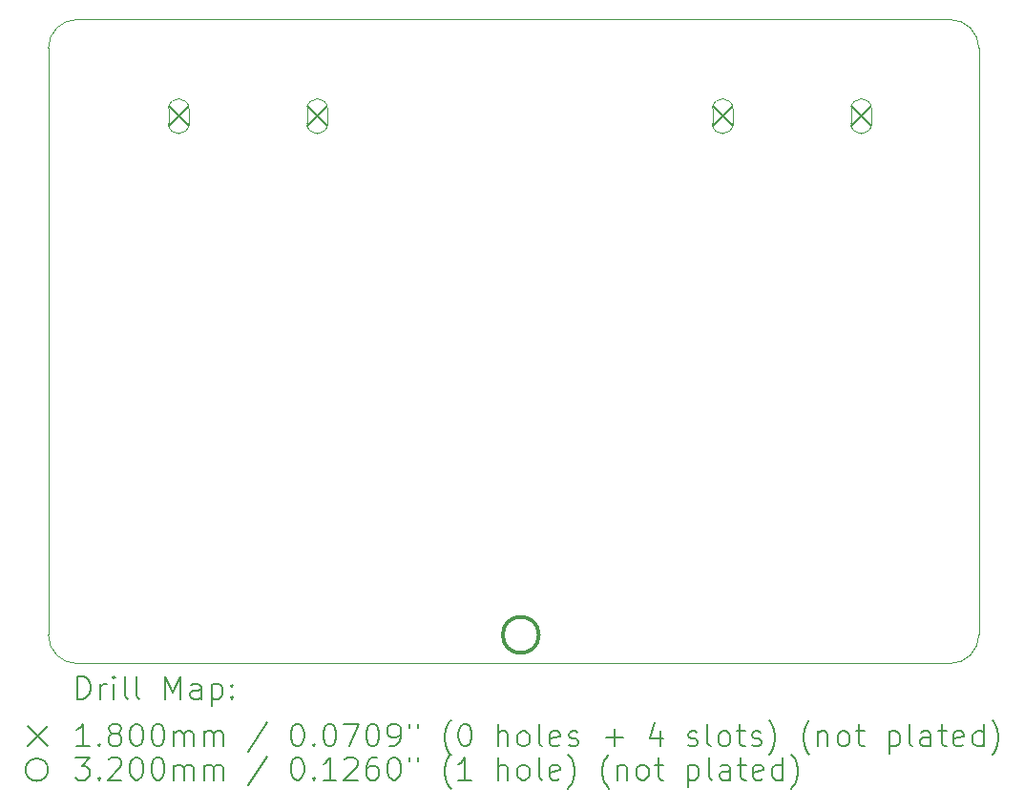
<source format=gbr>
%TF.GenerationSoftware,KiCad,Pcbnew,8.0.9*%
%TF.CreationDate,2025-03-02T14:07:58+01:00*%
%TF.ProjectId,cjss103,636a7373-3130-4332-9e6b-696361645f70,rev?*%
%TF.SameCoordinates,Original*%
%TF.FileFunction,Drillmap*%
%TF.FilePolarity,Positive*%
%FSLAX45Y45*%
G04 Gerber Fmt 4.5, Leading zero omitted, Abs format (unit mm)*
G04 Created by KiCad (PCBNEW 8.0.9) date 2025-03-02 14:07:58*
%MOMM*%
%LPD*%
G01*
G04 APERTURE LIST*
%ADD10C,0.050000*%
%ADD11C,0.200000*%
%ADD12C,0.180000*%
%ADD13C,0.100000*%
%ADD14C,0.320000*%
G04 APERTURE END LIST*
D10*
X17780000Y-7747000D02*
G75*
G02*
X17526000Y-8001000I-254000J0D01*
G01*
X17526000Y-2286000D02*
G75*
G02*
X17780000Y-2540000I0J-254000D01*
G01*
X17780000Y-2540000D02*
X17780000Y-7747000D01*
X9779000Y-2286000D02*
X17526000Y-2286000D01*
X17526000Y-8001000D02*
X9779000Y-8001000D01*
X9525000Y-2540000D02*
G75*
G02*
X9779000Y-2286000I254000J0D01*
G01*
X9779000Y-8001000D02*
G75*
G02*
X9525000Y-7747000I0J254000D01*
G01*
X9525000Y-7747000D02*
X9525000Y-2540000D01*
D11*
D12*
X10592000Y-3054000D02*
X10772000Y-3234000D01*
X10772000Y-3054000D02*
X10592000Y-3234000D01*
D13*
X10772000Y-3209000D02*
X10772000Y-3079000D01*
X10592000Y-3079000D02*
G75*
G02*
X10772000Y-3079000I90000J0D01*
G01*
X10592000Y-3079000D02*
X10592000Y-3209000D01*
X10592000Y-3209000D02*
G75*
G03*
X10772000Y-3209000I90000J0D01*
G01*
D12*
X11822000Y-3054000D02*
X12002000Y-3234000D01*
X12002000Y-3054000D02*
X11822000Y-3234000D01*
D13*
X12002000Y-3209000D02*
X12002000Y-3079000D01*
X11822000Y-3079000D02*
G75*
G02*
X12002000Y-3079000I90000J0D01*
G01*
X11822000Y-3079000D02*
X11822000Y-3209000D01*
X11822000Y-3209000D02*
G75*
G03*
X12002000Y-3209000I90000J0D01*
G01*
D12*
X15418000Y-3054000D02*
X15598000Y-3234000D01*
X15598000Y-3054000D02*
X15418000Y-3234000D01*
D13*
X15598000Y-3209000D02*
X15598000Y-3079000D01*
X15418000Y-3079000D02*
G75*
G02*
X15598000Y-3079000I90000J0D01*
G01*
X15418000Y-3079000D02*
X15418000Y-3209000D01*
X15418000Y-3209000D02*
G75*
G03*
X15598000Y-3209000I90000J0D01*
G01*
D12*
X16648000Y-3054000D02*
X16828000Y-3234000D01*
X16828000Y-3054000D02*
X16648000Y-3234000D01*
D13*
X16828000Y-3209000D02*
X16828000Y-3079000D01*
X16648000Y-3079000D02*
G75*
G02*
X16828000Y-3079000I90000J0D01*
G01*
X16648000Y-3079000D02*
X16648000Y-3209000D01*
X16648000Y-3209000D02*
G75*
G03*
X16828000Y-3209000I90000J0D01*
G01*
D14*
X13876000Y-7747000D02*
G75*
G02*
X13556000Y-7747000I-160000J0D01*
G01*
X13556000Y-7747000D02*
G75*
G02*
X13876000Y-7747000I160000J0D01*
G01*
D11*
X9783277Y-8314984D02*
X9783277Y-8114984D01*
X9783277Y-8114984D02*
X9830896Y-8114984D01*
X9830896Y-8114984D02*
X9859467Y-8124508D01*
X9859467Y-8124508D02*
X9878515Y-8143555D01*
X9878515Y-8143555D02*
X9888039Y-8162603D01*
X9888039Y-8162603D02*
X9897563Y-8200698D01*
X9897563Y-8200698D02*
X9897563Y-8229269D01*
X9897563Y-8229269D02*
X9888039Y-8267365D01*
X9888039Y-8267365D02*
X9878515Y-8286412D01*
X9878515Y-8286412D02*
X9859467Y-8305460D01*
X9859467Y-8305460D02*
X9830896Y-8314984D01*
X9830896Y-8314984D02*
X9783277Y-8314984D01*
X9983277Y-8314984D02*
X9983277Y-8181650D01*
X9983277Y-8219746D02*
X9992801Y-8200698D01*
X9992801Y-8200698D02*
X10002324Y-8191174D01*
X10002324Y-8191174D02*
X10021372Y-8181650D01*
X10021372Y-8181650D02*
X10040420Y-8181650D01*
X10107086Y-8314984D02*
X10107086Y-8181650D01*
X10107086Y-8114984D02*
X10097563Y-8124508D01*
X10097563Y-8124508D02*
X10107086Y-8134031D01*
X10107086Y-8134031D02*
X10116610Y-8124508D01*
X10116610Y-8124508D02*
X10107086Y-8114984D01*
X10107086Y-8114984D02*
X10107086Y-8134031D01*
X10230896Y-8314984D02*
X10211848Y-8305460D01*
X10211848Y-8305460D02*
X10202324Y-8286412D01*
X10202324Y-8286412D02*
X10202324Y-8114984D01*
X10335658Y-8314984D02*
X10316610Y-8305460D01*
X10316610Y-8305460D02*
X10307086Y-8286412D01*
X10307086Y-8286412D02*
X10307086Y-8114984D01*
X10564229Y-8314984D02*
X10564229Y-8114984D01*
X10564229Y-8114984D02*
X10630896Y-8257841D01*
X10630896Y-8257841D02*
X10697563Y-8114984D01*
X10697563Y-8114984D02*
X10697563Y-8314984D01*
X10878515Y-8314984D02*
X10878515Y-8210222D01*
X10878515Y-8210222D02*
X10868991Y-8191174D01*
X10868991Y-8191174D02*
X10849944Y-8181650D01*
X10849944Y-8181650D02*
X10811848Y-8181650D01*
X10811848Y-8181650D02*
X10792801Y-8191174D01*
X10878515Y-8305460D02*
X10859467Y-8314984D01*
X10859467Y-8314984D02*
X10811848Y-8314984D01*
X10811848Y-8314984D02*
X10792801Y-8305460D01*
X10792801Y-8305460D02*
X10783277Y-8286412D01*
X10783277Y-8286412D02*
X10783277Y-8267365D01*
X10783277Y-8267365D02*
X10792801Y-8248317D01*
X10792801Y-8248317D02*
X10811848Y-8238793D01*
X10811848Y-8238793D02*
X10859467Y-8238793D01*
X10859467Y-8238793D02*
X10878515Y-8229269D01*
X10973753Y-8181650D02*
X10973753Y-8381650D01*
X10973753Y-8191174D02*
X10992801Y-8181650D01*
X10992801Y-8181650D02*
X11030896Y-8181650D01*
X11030896Y-8181650D02*
X11049944Y-8191174D01*
X11049944Y-8191174D02*
X11059467Y-8200698D01*
X11059467Y-8200698D02*
X11068991Y-8219746D01*
X11068991Y-8219746D02*
X11068991Y-8276888D01*
X11068991Y-8276888D02*
X11059467Y-8295936D01*
X11059467Y-8295936D02*
X11049944Y-8305460D01*
X11049944Y-8305460D02*
X11030896Y-8314984D01*
X11030896Y-8314984D02*
X10992801Y-8314984D01*
X10992801Y-8314984D02*
X10973753Y-8305460D01*
X11154705Y-8295936D02*
X11164229Y-8305460D01*
X11164229Y-8305460D02*
X11154705Y-8314984D01*
X11154705Y-8314984D02*
X11145182Y-8305460D01*
X11145182Y-8305460D02*
X11154705Y-8295936D01*
X11154705Y-8295936D02*
X11154705Y-8314984D01*
X11154705Y-8191174D02*
X11164229Y-8200698D01*
X11164229Y-8200698D02*
X11154705Y-8210222D01*
X11154705Y-8210222D02*
X11145182Y-8200698D01*
X11145182Y-8200698D02*
X11154705Y-8191174D01*
X11154705Y-8191174D02*
X11154705Y-8210222D01*
D12*
X9342500Y-8553500D02*
X9522500Y-8733500D01*
X9522500Y-8553500D02*
X9342500Y-8733500D01*
D11*
X9888039Y-8734984D02*
X9773753Y-8734984D01*
X9830896Y-8734984D02*
X9830896Y-8534984D01*
X9830896Y-8534984D02*
X9811848Y-8563555D01*
X9811848Y-8563555D02*
X9792801Y-8582603D01*
X9792801Y-8582603D02*
X9773753Y-8592127D01*
X9973753Y-8715936D02*
X9983277Y-8725460D01*
X9983277Y-8725460D02*
X9973753Y-8734984D01*
X9973753Y-8734984D02*
X9964229Y-8725460D01*
X9964229Y-8725460D02*
X9973753Y-8715936D01*
X9973753Y-8715936D02*
X9973753Y-8734984D01*
X10097563Y-8620698D02*
X10078515Y-8611174D01*
X10078515Y-8611174D02*
X10068991Y-8601650D01*
X10068991Y-8601650D02*
X10059467Y-8582603D01*
X10059467Y-8582603D02*
X10059467Y-8573079D01*
X10059467Y-8573079D02*
X10068991Y-8554031D01*
X10068991Y-8554031D02*
X10078515Y-8544508D01*
X10078515Y-8544508D02*
X10097563Y-8534984D01*
X10097563Y-8534984D02*
X10135658Y-8534984D01*
X10135658Y-8534984D02*
X10154705Y-8544508D01*
X10154705Y-8544508D02*
X10164229Y-8554031D01*
X10164229Y-8554031D02*
X10173753Y-8573079D01*
X10173753Y-8573079D02*
X10173753Y-8582603D01*
X10173753Y-8582603D02*
X10164229Y-8601650D01*
X10164229Y-8601650D02*
X10154705Y-8611174D01*
X10154705Y-8611174D02*
X10135658Y-8620698D01*
X10135658Y-8620698D02*
X10097563Y-8620698D01*
X10097563Y-8620698D02*
X10078515Y-8630222D01*
X10078515Y-8630222D02*
X10068991Y-8639746D01*
X10068991Y-8639746D02*
X10059467Y-8658793D01*
X10059467Y-8658793D02*
X10059467Y-8696889D01*
X10059467Y-8696889D02*
X10068991Y-8715936D01*
X10068991Y-8715936D02*
X10078515Y-8725460D01*
X10078515Y-8725460D02*
X10097563Y-8734984D01*
X10097563Y-8734984D02*
X10135658Y-8734984D01*
X10135658Y-8734984D02*
X10154705Y-8725460D01*
X10154705Y-8725460D02*
X10164229Y-8715936D01*
X10164229Y-8715936D02*
X10173753Y-8696889D01*
X10173753Y-8696889D02*
X10173753Y-8658793D01*
X10173753Y-8658793D02*
X10164229Y-8639746D01*
X10164229Y-8639746D02*
X10154705Y-8630222D01*
X10154705Y-8630222D02*
X10135658Y-8620698D01*
X10297563Y-8534984D02*
X10316610Y-8534984D01*
X10316610Y-8534984D02*
X10335658Y-8544508D01*
X10335658Y-8544508D02*
X10345182Y-8554031D01*
X10345182Y-8554031D02*
X10354705Y-8573079D01*
X10354705Y-8573079D02*
X10364229Y-8611174D01*
X10364229Y-8611174D02*
X10364229Y-8658793D01*
X10364229Y-8658793D02*
X10354705Y-8696889D01*
X10354705Y-8696889D02*
X10345182Y-8715936D01*
X10345182Y-8715936D02*
X10335658Y-8725460D01*
X10335658Y-8725460D02*
X10316610Y-8734984D01*
X10316610Y-8734984D02*
X10297563Y-8734984D01*
X10297563Y-8734984D02*
X10278515Y-8725460D01*
X10278515Y-8725460D02*
X10268991Y-8715936D01*
X10268991Y-8715936D02*
X10259467Y-8696889D01*
X10259467Y-8696889D02*
X10249944Y-8658793D01*
X10249944Y-8658793D02*
X10249944Y-8611174D01*
X10249944Y-8611174D02*
X10259467Y-8573079D01*
X10259467Y-8573079D02*
X10268991Y-8554031D01*
X10268991Y-8554031D02*
X10278515Y-8544508D01*
X10278515Y-8544508D02*
X10297563Y-8534984D01*
X10488039Y-8534984D02*
X10507086Y-8534984D01*
X10507086Y-8534984D02*
X10526134Y-8544508D01*
X10526134Y-8544508D02*
X10535658Y-8554031D01*
X10535658Y-8554031D02*
X10545182Y-8573079D01*
X10545182Y-8573079D02*
X10554705Y-8611174D01*
X10554705Y-8611174D02*
X10554705Y-8658793D01*
X10554705Y-8658793D02*
X10545182Y-8696889D01*
X10545182Y-8696889D02*
X10535658Y-8715936D01*
X10535658Y-8715936D02*
X10526134Y-8725460D01*
X10526134Y-8725460D02*
X10507086Y-8734984D01*
X10507086Y-8734984D02*
X10488039Y-8734984D01*
X10488039Y-8734984D02*
X10468991Y-8725460D01*
X10468991Y-8725460D02*
X10459467Y-8715936D01*
X10459467Y-8715936D02*
X10449944Y-8696889D01*
X10449944Y-8696889D02*
X10440420Y-8658793D01*
X10440420Y-8658793D02*
X10440420Y-8611174D01*
X10440420Y-8611174D02*
X10449944Y-8573079D01*
X10449944Y-8573079D02*
X10459467Y-8554031D01*
X10459467Y-8554031D02*
X10468991Y-8544508D01*
X10468991Y-8544508D02*
X10488039Y-8534984D01*
X10640420Y-8734984D02*
X10640420Y-8601650D01*
X10640420Y-8620698D02*
X10649944Y-8611174D01*
X10649944Y-8611174D02*
X10668991Y-8601650D01*
X10668991Y-8601650D02*
X10697563Y-8601650D01*
X10697563Y-8601650D02*
X10716610Y-8611174D01*
X10716610Y-8611174D02*
X10726134Y-8630222D01*
X10726134Y-8630222D02*
X10726134Y-8734984D01*
X10726134Y-8630222D02*
X10735658Y-8611174D01*
X10735658Y-8611174D02*
X10754705Y-8601650D01*
X10754705Y-8601650D02*
X10783277Y-8601650D01*
X10783277Y-8601650D02*
X10802325Y-8611174D01*
X10802325Y-8611174D02*
X10811848Y-8630222D01*
X10811848Y-8630222D02*
X10811848Y-8734984D01*
X10907086Y-8734984D02*
X10907086Y-8601650D01*
X10907086Y-8620698D02*
X10916610Y-8611174D01*
X10916610Y-8611174D02*
X10935658Y-8601650D01*
X10935658Y-8601650D02*
X10964229Y-8601650D01*
X10964229Y-8601650D02*
X10983277Y-8611174D01*
X10983277Y-8611174D02*
X10992801Y-8630222D01*
X10992801Y-8630222D02*
X10992801Y-8734984D01*
X10992801Y-8630222D02*
X11002325Y-8611174D01*
X11002325Y-8611174D02*
X11021372Y-8601650D01*
X11021372Y-8601650D02*
X11049944Y-8601650D01*
X11049944Y-8601650D02*
X11068991Y-8611174D01*
X11068991Y-8611174D02*
X11078515Y-8630222D01*
X11078515Y-8630222D02*
X11078515Y-8734984D01*
X11468991Y-8525460D02*
X11297563Y-8782603D01*
X11726134Y-8534984D02*
X11745182Y-8534984D01*
X11745182Y-8534984D02*
X11764229Y-8544508D01*
X11764229Y-8544508D02*
X11773753Y-8554031D01*
X11773753Y-8554031D02*
X11783277Y-8573079D01*
X11783277Y-8573079D02*
X11792801Y-8611174D01*
X11792801Y-8611174D02*
X11792801Y-8658793D01*
X11792801Y-8658793D02*
X11783277Y-8696889D01*
X11783277Y-8696889D02*
X11773753Y-8715936D01*
X11773753Y-8715936D02*
X11764229Y-8725460D01*
X11764229Y-8725460D02*
X11745182Y-8734984D01*
X11745182Y-8734984D02*
X11726134Y-8734984D01*
X11726134Y-8734984D02*
X11707086Y-8725460D01*
X11707086Y-8725460D02*
X11697563Y-8715936D01*
X11697563Y-8715936D02*
X11688039Y-8696889D01*
X11688039Y-8696889D02*
X11678515Y-8658793D01*
X11678515Y-8658793D02*
X11678515Y-8611174D01*
X11678515Y-8611174D02*
X11688039Y-8573079D01*
X11688039Y-8573079D02*
X11697563Y-8554031D01*
X11697563Y-8554031D02*
X11707086Y-8544508D01*
X11707086Y-8544508D02*
X11726134Y-8534984D01*
X11878515Y-8715936D02*
X11888039Y-8725460D01*
X11888039Y-8725460D02*
X11878515Y-8734984D01*
X11878515Y-8734984D02*
X11868991Y-8725460D01*
X11868991Y-8725460D02*
X11878515Y-8715936D01*
X11878515Y-8715936D02*
X11878515Y-8734984D01*
X12011848Y-8534984D02*
X12030896Y-8534984D01*
X12030896Y-8534984D02*
X12049944Y-8544508D01*
X12049944Y-8544508D02*
X12059467Y-8554031D01*
X12059467Y-8554031D02*
X12068991Y-8573079D01*
X12068991Y-8573079D02*
X12078515Y-8611174D01*
X12078515Y-8611174D02*
X12078515Y-8658793D01*
X12078515Y-8658793D02*
X12068991Y-8696889D01*
X12068991Y-8696889D02*
X12059467Y-8715936D01*
X12059467Y-8715936D02*
X12049944Y-8725460D01*
X12049944Y-8725460D02*
X12030896Y-8734984D01*
X12030896Y-8734984D02*
X12011848Y-8734984D01*
X12011848Y-8734984D02*
X11992801Y-8725460D01*
X11992801Y-8725460D02*
X11983277Y-8715936D01*
X11983277Y-8715936D02*
X11973753Y-8696889D01*
X11973753Y-8696889D02*
X11964229Y-8658793D01*
X11964229Y-8658793D02*
X11964229Y-8611174D01*
X11964229Y-8611174D02*
X11973753Y-8573079D01*
X11973753Y-8573079D02*
X11983277Y-8554031D01*
X11983277Y-8554031D02*
X11992801Y-8544508D01*
X11992801Y-8544508D02*
X12011848Y-8534984D01*
X12145182Y-8534984D02*
X12278515Y-8534984D01*
X12278515Y-8534984D02*
X12192801Y-8734984D01*
X12392801Y-8534984D02*
X12411848Y-8534984D01*
X12411848Y-8534984D02*
X12430896Y-8544508D01*
X12430896Y-8544508D02*
X12440420Y-8554031D01*
X12440420Y-8554031D02*
X12449944Y-8573079D01*
X12449944Y-8573079D02*
X12459467Y-8611174D01*
X12459467Y-8611174D02*
X12459467Y-8658793D01*
X12459467Y-8658793D02*
X12449944Y-8696889D01*
X12449944Y-8696889D02*
X12440420Y-8715936D01*
X12440420Y-8715936D02*
X12430896Y-8725460D01*
X12430896Y-8725460D02*
X12411848Y-8734984D01*
X12411848Y-8734984D02*
X12392801Y-8734984D01*
X12392801Y-8734984D02*
X12373753Y-8725460D01*
X12373753Y-8725460D02*
X12364229Y-8715936D01*
X12364229Y-8715936D02*
X12354706Y-8696889D01*
X12354706Y-8696889D02*
X12345182Y-8658793D01*
X12345182Y-8658793D02*
X12345182Y-8611174D01*
X12345182Y-8611174D02*
X12354706Y-8573079D01*
X12354706Y-8573079D02*
X12364229Y-8554031D01*
X12364229Y-8554031D02*
X12373753Y-8544508D01*
X12373753Y-8544508D02*
X12392801Y-8534984D01*
X12554706Y-8734984D02*
X12592801Y-8734984D01*
X12592801Y-8734984D02*
X12611848Y-8725460D01*
X12611848Y-8725460D02*
X12621372Y-8715936D01*
X12621372Y-8715936D02*
X12640420Y-8687365D01*
X12640420Y-8687365D02*
X12649944Y-8649270D01*
X12649944Y-8649270D02*
X12649944Y-8573079D01*
X12649944Y-8573079D02*
X12640420Y-8554031D01*
X12640420Y-8554031D02*
X12630896Y-8544508D01*
X12630896Y-8544508D02*
X12611848Y-8534984D01*
X12611848Y-8534984D02*
X12573753Y-8534984D01*
X12573753Y-8534984D02*
X12554706Y-8544508D01*
X12554706Y-8544508D02*
X12545182Y-8554031D01*
X12545182Y-8554031D02*
X12535658Y-8573079D01*
X12535658Y-8573079D02*
X12535658Y-8620698D01*
X12535658Y-8620698D02*
X12545182Y-8639746D01*
X12545182Y-8639746D02*
X12554706Y-8649270D01*
X12554706Y-8649270D02*
X12573753Y-8658793D01*
X12573753Y-8658793D02*
X12611848Y-8658793D01*
X12611848Y-8658793D02*
X12630896Y-8649270D01*
X12630896Y-8649270D02*
X12640420Y-8639746D01*
X12640420Y-8639746D02*
X12649944Y-8620698D01*
X12726134Y-8534984D02*
X12726134Y-8573079D01*
X12802325Y-8534984D02*
X12802325Y-8573079D01*
X13097563Y-8811174D02*
X13088039Y-8801650D01*
X13088039Y-8801650D02*
X13068991Y-8773079D01*
X13068991Y-8773079D02*
X13059468Y-8754031D01*
X13059468Y-8754031D02*
X13049944Y-8725460D01*
X13049944Y-8725460D02*
X13040420Y-8677841D01*
X13040420Y-8677841D02*
X13040420Y-8639746D01*
X13040420Y-8639746D02*
X13049944Y-8592127D01*
X13049944Y-8592127D02*
X13059468Y-8563555D01*
X13059468Y-8563555D02*
X13068991Y-8544508D01*
X13068991Y-8544508D02*
X13088039Y-8515936D01*
X13088039Y-8515936D02*
X13097563Y-8506412D01*
X13211848Y-8534984D02*
X13230896Y-8534984D01*
X13230896Y-8534984D02*
X13249944Y-8544508D01*
X13249944Y-8544508D02*
X13259468Y-8554031D01*
X13259468Y-8554031D02*
X13268991Y-8573079D01*
X13268991Y-8573079D02*
X13278515Y-8611174D01*
X13278515Y-8611174D02*
X13278515Y-8658793D01*
X13278515Y-8658793D02*
X13268991Y-8696889D01*
X13268991Y-8696889D02*
X13259468Y-8715936D01*
X13259468Y-8715936D02*
X13249944Y-8725460D01*
X13249944Y-8725460D02*
X13230896Y-8734984D01*
X13230896Y-8734984D02*
X13211848Y-8734984D01*
X13211848Y-8734984D02*
X13192801Y-8725460D01*
X13192801Y-8725460D02*
X13183277Y-8715936D01*
X13183277Y-8715936D02*
X13173753Y-8696889D01*
X13173753Y-8696889D02*
X13164229Y-8658793D01*
X13164229Y-8658793D02*
X13164229Y-8611174D01*
X13164229Y-8611174D02*
X13173753Y-8573079D01*
X13173753Y-8573079D02*
X13183277Y-8554031D01*
X13183277Y-8554031D02*
X13192801Y-8544508D01*
X13192801Y-8544508D02*
X13211848Y-8534984D01*
X13516610Y-8734984D02*
X13516610Y-8534984D01*
X13602325Y-8734984D02*
X13602325Y-8630222D01*
X13602325Y-8630222D02*
X13592801Y-8611174D01*
X13592801Y-8611174D02*
X13573753Y-8601650D01*
X13573753Y-8601650D02*
X13545182Y-8601650D01*
X13545182Y-8601650D02*
X13526134Y-8611174D01*
X13526134Y-8611174D02*
X13516610Y-8620698D01*
X13726134Y-8734984D02*
X13707087Y-8725460D01*
X13707087Y-8725460D02*
X13697563Y-8715936D01*
X13697563Y-8715936D02*
X13688039Y-8696889D01*
X13688039Y-8696889D02*
X13688039Y-8639746D01*
X13688039Y-8639746D02*
X13697563Y-8620698D01*
X13697563Y-8620698D02*
X13707087Y-8611174D01*
X13707087Y-8611174D02*
X13726134Y-8601650D01*
X13726134Y-8601650D02*
X13754706Y-8601650D01*
X13754706Y-8601650D02*
X13773753Y-8611174D01*
X13773753Y-8611174D02*
X13783277Y-8620698D01*
X13783277Y-8620698D02*
X13792801Y-8639746D01*
X13792801Y-8639746D02*
X13792801Y-8696889D01*
X13792801Y-8696889D02*
X13783277Y-8715936D01*
X13783277Y-8715936D02*
X13773753Y-8725460D01*
X13773753Y-8725460D02*
X13754706Y-8734984D01*
X13754706Y-8734984D02*
X13726134Y-8734984D01*
X13907087Y-8734984D02*
X13888039Y-8725460D01*
X13888039Y-8725460D02*
X13878515Y-8706412D01*
X13878515Y-8706412D02*
X13878515Y-8534984D01*
X14059468Y-8725460D02*
X14040420Y-8734984D01*
X14040420Y-8734984D02*
X14002325Y-8734984D01*
X14002325Y-8734984D02*
X13983277Y-8725460D01*
X13983277Y-8725460D02*
X13973753Y-8706412D01*
X13973753Y-8706412D02*
X13973753Y-8630222D01*
X13973753Y-8630222D02*
X13983277Y-8611174D01*
X13983277Y-8611174D02*
X14002325Y-8601650D01*
X14002325Y-8601650D02*
X14040420Y-8601650D01*
X14040420Y-8601650D02*
X14059468Y-8611174D01*
X14059468Y-8611174D02*
X14068991Y-8630222D01*
X14068991Y-8630222D02*
X14068991Y-8649270D01*
X14068991Y-8649270D02*
X13973753Y-8668317D01*
X14145182Y-8725460D02*
X14164230Y-8734984D01*
X14164230Y-8734984D02*
X14202325Y-8734984D01*
X14202325Y-8734984D02*
X14221372Y-8725460D01*
X14221372Y-8725460D02*
X14230896Y-8706412D01*
X14230896Y-8706412D02*
X14230896Y-8696889D01*
X14230896Y-8696889D02*
X14221372Y-8677841D01*
X14221372Y-8677841D02*
X14202325Y-8668317D01*
X14202325Y-8668317D02*
X14173753Y-8668317D01*
X14173753Y-8668317D02*
X14154706Y-8658793D01*
X14154706Y-8658793D02*
X14145182Y-8639746D01*
X14145182Y-8639746D02*
X14145182Y-8630222D01*
X14145182Y-8630222D02*
X14154706Y-8611174D01*
X14154706Y-8611174D02*
X14173753Y-8601650D01*
X14173753Y-8601650D02*
X14202325Y-8601650D01*
X14202325Y-8601650D02*
X14221372Y-8611174D01*
X14468992Y-8658793D02*
X14621373Y-8658793D01*
X14545182Y-8734984D02*
X14545182Y-8582603D01*
X14954706Y-8601650D02*
X14954706Y-8734984D01*
X14907087Y-8525460D02*
X14859468Y-8668317D01*
X14859468Y-8668317D02*
X14983277Y-8668317D01*
X15202325Y-8725460D02*
X15221373Y-8734984D01*
X15221373Y-8734984D02*
X15259468Y-8734984D01*
X15259468Y-8734984D02*
X15278515Y-8725460D01*
X15278515Y-8725460D02*
X15288039Y-8706412D01*
X15288039Y-8706412D02*
X15288039Y-8696889D01*
X15288039Y-8696889D02*
X15278515Y-8677841D01*
X15278515Y-8677841D02*
X15259468Y-8668317D01*
X15259468Y-8668317D02*
X15230896Y-8668317D01*
X15230896Y-8668317D02*
X15211849Y-8658793D01*
X15211849Y-8658793D02*
X15202325Y-8639746D01*
X15202325Y-8639746D02*
X15202325Y-8630222D01*
X15202325Y-8630222D02*
X15211849Y-8611174D01*
X15211849Y-8611174D02*
X15230896Y-8601650D01*
X15230896Y-8601650D02*
X15259468Y-8601650D01*
X15259468Y-8601650D02*
X15278515Y-8611174D01*
X15402325Y-8734984D02*
X15383277Y-8725460D01*
X15383277Y-8725460D02*
X15373754Y-8706412D01*
X15373754Y-8706412D02*
X15373754Y-8534984D01*
X15507087Y-8734984D02*
X15488039Y-8725460D01*
X15488039Y-8725460D02*
X15478515Y-8715936D01*
X15478515Y-8715936D02*
X15468992Y-8696889D01*
X15468992Y-8696889D02*
X15468992Y-8639746D01*
X15468992Y-8639746D02*
X15478515Y-8620698D01*
X15478515Y-8620698D02*
X15488039Y-8611174D01*
X15488039Y-8611174D02*
X15507087Y-8601650D01*
X15507087Y-8601650D02*
X15535658Y-8601650D01*
X15535658Y-8601650D02*
X15554706Y-8611174D01*
X15554706Y-8611174D02*
X15564230Y-8620698D01*
X15564230Y-8620698D02*
X15573754Y-8639746D01*
X15573754Y-8639746D02*
X15573754Y-8696889D01*
X15573754Y-8696889D02*
X15564230Y-8715936D01*
X15564230Y-8715936D02*
X15554706Y-8725460D01*
X15554706Y-8725460D02*
X15535658Y-8734984D01*
X15535658Y-8734984D02*
X15507087Y-8734984D01*
X15630896Y-8601650D02*
X15707087Y-8601650D01*
X15659468Y-8534984D02*
X15659468Y-8706412D01*
X15659468Y-8706412D02*
X15668992Y-8725460D01*
X15668992Y-8725460D02*
X15688039Y-8734984D01*
X15688039Y-8734984D02*
X15707087Y-8734984D01*
X15764230Y-8725460D02*
X15783277Y-8734984D01*
X15783277Y-8734984D02*
X15821373Y-8734984D01*
X15821373Y-8734984D02*
X15840420Y-8725460D01*
X15840420Y-8725460D02*
X15849944Y-8706412D01*
X15849944Y-8706412D02*
X15849944Y-8696889D01*
X15849944Y-8696889D02*
X15840420Y-8677841D01*
X15840420Y-8677841D02*
X15821373Y-8668317D01*
X15821373Y-8668317D02*
X15792801Y-8668317D01*
X15792801Y-8668317D02*
X15773754Y-8658793D01*
X15773754Y-8658793D02*
X15764230Y-8639746D01*
X15764230Y-8639746D02*
X15764230Y-8630222D01*
X15764230Y-8630222D02*
X15773754Y-8611174D01*
X15773754Y-8611174D02*
X15792801Y-8601650D01*
X15792801Y-8601650D02*
X15821373Y-8601650D01*
X15821373Y-8601650D02*
X15840420Y-8611174D01*
X15916611Y-8811174D02*
X15926135Y-8801650D01*
X15926135Y-8801650D02*
X15945182Y-8773079D01*
X15945182Y-8773079D02*
X15954706Y-8754031D01*
X15954706Y-8754031D02*
X15964230Y-8725460D01*
X15964230Y-8725460D02*
X15973754Y-8677841D01*
X15973754Y-8677841D02*
X15973754Y-8639746D01*
X15973754Y-8639746D02*
X15964230Y-8592127D01*
X15964230Y-8592127D02*
X15954706Y-8563555D01*
X15954706Y-8563555D02*
X15945182Y-8544508D01*
X15945182Y-8544508D02*
X15926135Y-8515936D01*
X15926135Y-8515936D02*
X15916611Y-8506412D01*
X16278516Y-8811174D02*
X16268992Y-8801650D01*
X16268992Y-8801650D02*
X16249944Y-8773079D01*
X16249944Y-8773079D02*
X16240420Y-8754031D01*
X16240420Y-8754031D02*
X16230896Y-8725460D01*
X16230896Y-8725460D02*
X16221373Y-8677841D01*
X16221373Y-8677841D02*
X16221373Y-8639746D01*
X16221373Y-8639746D02*
X16230896Y-8592127D01*
X16230896Y-8592127D02*
X16240420Y-8563555D01*
X16240420Y-8563555D02*
X16249944Y-8544508D01*
X16249944Y-8544508D02*
X16268992Y-8515936D01*
X16268992Y-8515936D02*
X16278516Y-8506412D01*
X16354706Y-8601650D02*
X16354706Y-8734984D01*
X16354706Y-8620698D02*
X16364230Y-8611174D01*
X16364230Y-8611174D02*
X16383277Y-8601650D01*
X16383277Y-8601650D02*
X16411849Y-8601650D01*
X16411849Y-8601650D02*
X16430896Y-8611174D01*
X16430896Y-8611174D02*
X16440420Y-8630222D01*
X16440420Y-8630222D02*
X16440420Y-8734984D01*
X16564230Y-8734984D02*
X16545182Y-8725460D01*
X16545182Y-8725460D02*
X16535658Y-8715936D01*
X16535658Y-8715936D02*
X16526135Y-8696889D01*
X16526135Y-8696889D02*
X16526135Y-8639746D01*
X16526135Y-8639746D02*
X16535658Y-8620698D01*
X16535658Y-8620698D02*
X16545182Y-8611174D01*
X16545182Y-8611174D02*
X16564230Y-8601650D01*
X16564230Y-8601650D02*
X16592801Y-8601650D01*
X16592801Y-8601650D02*
X16611849Y-8611174D01*
X16611849Y-8611174D02*
X16621373Y-8620698D01*
X16621373Y-8620698D02*
X16630896Y-8639746D01*
X16630896Y-8639746D02*
X16630896Y-8696889D01*
X16630896Y-8696889D02*
X16621373Y-8715936D01*
X16621373Y-8715936D02*
X16611849Y-8725460D01*
X16611849Y-8725460D02*
X16592801Y-8734984D01*
X16592801Y-8734984D02*
X16564230Y-8734984D01*
X16688039Y-8601650D02*
X16764230Y-8601650D01*
X16716611Y-8534984D02*
X16716611Y-8706412D01*
X16716611Y-8706412D02*
X16726135Y-8725460D01*
X16726135Y-8725460D02*
X16745182Y-8734984D01*
X16745182Y-8734984D02*
X16764230Y-8734984D01*
X16983278Y-8601650D02*
X16983278Y-8801650D01*
X16983278Y-8611174D02*
X17002325Y-8601650D01*
X17002325Y-8601650D02*
X17040420Y-8601650D01*
X17040420Y-8601650D02*
X17059468Y-8611174D01*
X17059468Y-8611174D02*
X17068992Y-8620698D01*
X17068992Y-8620698D02*
X17078516Y-8639746D01*
X17078516Y-8639746D02*
X17078516Y-8696889D01*
X17078516Y-8696889D02*
X17068992Y-8715936D01*
X17068992Y-8715936D02*
X17059468Y-8725460D01*
X17059468Y-8725460D02*
X17040420Y-8734984D01*
X17040420Y-8734984D02*
X17002325Y-8734984D01*
X17002325Y-8734984D02*
X16983278Y-8725460D01*
X17192801Y-8734984D02*
X17173754Y-8725460D01*
X17173754Y-8725460D02*
X17164230Y-8706412D01*
X17164230Y-8706412D02*
X17164230Y-8534984D01*
X17354706Y-8734984D02*
X17354706Y-8630222D01*
X17354706Y-8630222D02*
X17345182Y-8611174D01*
X17345182Y-8611174D02*
X17326135Y-8601650D01*
X17326135Y-8601650D02*
X17288039Y-8601650D01*
X17288039Y-8601650D02*
X17268992Y-8611174D01*
X17354706Y-8725460D02*
X17335659Y-8734984D01*
X17335659Y-8734984D02*
X17288039Y-8734984D01*
X17288039Y-8734984D02*
X17268992Y-8725460D01*
X17268992Y-8725460D02*
X17259468Y-8706412D01*
X17259468Y-8706412D02*
X17259468Y-8687365D01*
X17259468Y-8687365D02*
X17268992Y-8668317D01*
X17268992Y-8668317D02*
X17288039Y-8658793D01*
X17288039Y-8658793D02*
X17335659Y-8658793D01*
X17335659Y-8658793D02*
X17354706Y-8649270D01*
X17421373Y-8601650D02*
X17497563Y-8601650D01*
X17449944Y-8534984D02*
X17449944Y-8706412D01*
X17449944Y-8706412D02*
X17459468Y-8725460D01*
X17459468Y-8725460D02*
X17478516Y-8734984D01*
X17478516Y-8734984D02*
X17497563Y-8734984D01*
X17640420Y-8725460D02*
X17621373Y-8734984D01*
X17621373Y-8734984D02*
X17583278Y-8734984D01*
X17583278Y-8734984D02*
X17564230Y-8725460D01*
X17564230Y-8725460D02*
X17554706Y-8706412D01*
X17554706Y-8706412D02*
X17554706Y-8630222D01*
X17554706Y-8630222D02*
X17564230Y-8611174D01*
X17564230Y-8611174D02*
X17583278Y-8601650D01*
X17583278Y-8601650D02*
X17621373Y-8601650D01*
X17621373Y-8601650D02*
X17640420Y-8611174D01*
X17640420Y-8611174D02*
X17649944Y-8630222D01*
X17649944Y-8630222D02*
X17649944Y-8649270D01*
X17649944Y-8649270D02*
X17554706Y-8668317D01*
X17821373Y-8734984D02*
X17821373Y-8534984D01*
X17821373Y-8725460D02*
X17802325Y-8734984D01*
X17802325Y-8734984D02*
X17764230Y-8734984D01*
X17764230Y-8734984D02*
X17745182Y-8725460D01*
X17745182Y-8725460D02*
X17735659Y-8715936D01*
X17735659Y-8715936D02*
X17726135Y-8696889D01*
X17726135Y-8696889D02*
X17726135Y-8639746D01*
X17726135Y-8639746D02*
X17735659Y-8620698D01*
X17735659Y-8620698D02*
X17745182Y-8611174D01*
X17745182Y-8611174D02*
X17764230Y-8601650D01*
X17764230Y-8601650D02*
X17802325Y-8601650D01*
X17802325Y-8601650D02*
X17821373Y-8611174D01*
X17897563Y-8811174D02*
X17907087Y-8801650D01*
X17907087Y-8801650D02*
X17926135Y-8773079D01*
X17926135Y-8773079D02*
X17935659Y-8754031D01*
X17935659Y-8754031D02*
X17945182Y-8725460D01*
X17945182Y-8725460D02*
X17954706Y-8677841D01*
X17954706Y-8677841D02*
X17954706Y-8639746D01*
X17954706Y-8639746D02*
X17945182Y-8592127D01*
X17945182Y-8592127D02*
X17935659Y-8563555D01*
X17935659Y-8563555D02*
X17926135Y-8544508D01*
X17926135Y-8544508D02*
X17907087Y-8515936D01*
X17907087Y-8515936D02*
X17897563Y-8506412D01*
X9522500Y-8943500D02*
G75*
G02*
X9322500Y-8943500I-100000J0D01*
G01*
X9322500Y-8943500D02*
G75*
G02*
X9522500Y-8943500I100000J0D01*
G01*
X9764229Y-8834984D02*
X9888039Y-8834984D01*
X9888039Y-8834984D02*
X9821372Y-8911174D01*
X9821372Y-8911174D02*
X9849944Y-8911174D01*
X9849944Y-8911174D02*
X9868991Y-8920698D01*
X9868991Y-8920698D02*
X9878515Y-8930222D01*
X9878515Y-8930222D02*
X9888039Y-8949270D01*
X9888039Y-8949270D02*
X9888039Y-8996889D01*
X9888039Y-8996889D02*
X9878515Y-9015936D01*
X9878515Y-9015936D02*
X9868991Y-9025460D01*
X9868991Y-9025460D02*
X9849944Y-9034984D01*
X9849944Y-9034984D02*
X9792801Y-9034984D01*
X9792801Y-9034984D02*
X9773753Y-9025460D01*
X9773753Y-9025460D02*
X9764229Y-9015936D01*
X9973753Y-9015936D02*
X9983277Y-9025460D01*
X9983277Y-9025460D02*
X9973753Y-9034984D01*
X9973753Y-9034984D02*
X9964229Y-9025460D01*
X9964229Y-9025460D02*
X9973753Y-9015936D01*
X9973753Y-9015936D02*
X9973753Y-9034984D01*
X10059467Y-8854031D02*
X10068991Y-8844508D01*
X10068991Y-8844508D02*
X10088039Y-8834984D01*
X10088039Y-8834984D02*
X10135658Y-8834984D01*
X10135658Y-8834984D02*
X10154705Y-8844508D01*
X10154705Y-8844508D02*
X10164229Y-8854031D01*
X10164229Y-8854031D02*
X10173753Y-8873079D01*
X10173753Y-8873079D02*
X10173753Y-8892127D01*
X10173753Y-8892127D02*
X10164229Y-8920698D01*
X10164229Y-8920698D02*
X10049944Y-9034984D01*
X10049944Y-9034984D02*
X10173753Y-9034984D01*
X10297563Y-8834984D02*
X10316610Y-8834984D01*
X10316610Y-8834984D02*
X10335658Y-8844508D01*
X10335658Y-8844508D02*
X10345182Y-8854031D01*
X10345182Y-8854031D02*
X10354705Y-8873079D01*
X10354705Y-8873079D02*
X10364229Y-8911174D01*
X10364229Y-8911174D02*
X10364229Y-8958793D01*
X10364229Y-8958793D02*
X10354705Y-8996889D01*
X10354705Y-8996889D02*
X10345182Y-9015936D01*
X10345182Y-9015936D02*
X10335658Y-9025460D01*
X10335658Y-9025460D02*
X10316610Y-9034984D01*
X10316610Y-9034984D02*
X10297563Y-9034984D01*
X10297563Y-9034984D02*
X10278515Y-9025460D01*
X10278515Y-9025460D02*
X10268991Y-9015936D01*
X10268991Y-9015936D02*
X10259467Y-8996889D01*
X10259467Y-8996889D02*
X10249944Y-8958793D01*
X10249944Y-8958793D02*
X10249944Y-8911174D01*
X10249944Y-8911174D02*
X10259467Y-8873079D01*
X10259467Y-8873079D02*
X10268991Y-8854031D01*
X10268991Y-8854031D02*
X10278515Y-8844508D01*
X10278515Y-8844508D02*
X10297563Y-8834984D01*
X10488039Y-8834984D02*
X10507086Y-8834984D01*
X10507086Y-8834984D02*
X10526134Y-8844508D01*
X10526134Y-8844508D02*
X10535658Y-8854031D01*
X10535658Y-8854031D02*
X10545182Y-8873079D01*
X10545182Y-8873079D02*
X10554705Y-8911174D01*
X10554705Y-8911174D02*
X10554705Y-8958793D01*
X10554705Y-8958793D02*
X10545182Y-8996889D01*
X10545182Y-8996889D02*
X10535658Y-9015936D01*
X10535658Y-9015936D02*
X10526134Y-9025460D01*
X10526134Y-9025460D02*
X10507086Y-9034984D01*
X10507086Y-9034984D02*
X10488039Y-9034984D01*
X10488039Y-9034984D02*
X10468991Y-9025460D01*
X10468991Y-9025460D02*
X10459467Y-9015936D01*
X10459467Y-9015936D02*
X10449944Y-8996889D01*
X10449944Y-8996889D02*
X10440420Y-8958793D01*
X10440420Y-8958793D02*
X10440420Y-8911174D01*
X10440420Y-8911174D02*
X10449944Y-8873079D01*
X10449944Y-8873079D02*
X10459467Y-8854031D01*
X10459467Y-8854031D02*
X10468991Y-8844508D01*
X10468991Y-8844508D02*
X10488039Y-8834984D01*
X10640420Y-9034984D02*
X10640420Y-8901650D01*
X10640420Y-8920698D02*
X10649944Y-8911174D01*
X10649944Y-8911174D02*
X10668991Y-8901650D01*
X10668991Y-8901650D02*
X10697563Y-8901650D01*
X10697563Y-8901650D02*
X10716610Y-8911174D01*
X10716610Y-8911174D02*
X10726134Y-8930222D01*
X10726134Y-8930222D02*
X10726134Y-9034984D01*
X10726134Y-8930222D02*
X10735658Y-8911174D01*
X10735658Y-8911174D02*
X10754705Y-8901650D01*
X10754705Y-8901650D02*
X10783277Y-8901650D01*
X10783277Y-8901650D02*
X10802325Y-8911174D01*
X10802325Y-8911174D02*
X10811848Y-8930222D01*
X10811848Y-8930222D02*
X10811848Y-9034984D01*
X10907086Y-9034984D02*
X10907086Y-8901650D01*
X10907086Y-8920698D02*
X10916610Y-8911174D01*
X10916610Y-8911174D02*
X10935658Y-8901650D01*
X10935658Y-8901650D02*
X10964229Y-8901650D01*
X10964229Y-8901650D02*
X10983277Y-8911174D01*
X10983277Y-8911174D02*
X10992801Y-8930222D01*
X10992801Y-8930222D02*
X10992801Y-9034984D01*
X10992801Y-8930222D02*
X11002325Y-8911174D01*
X11002325Y-8911174D02*
X11021372Y-8901650D01*
X11021372Y-8901650D02*
X11049944Y-8901650D01*
X11049944Y-8901650D02*
X11068991Y-8911174D01*
X11068991Y-8911174D02*
X11078515Y-8930222D01*
X11078515Y-8930222D02*
X11078515Y-9034984D01*
X11468991Y-8825460D02*
X11297563Y-9082603D01*
X11726134Y-8834984D02*
X11745182Y-8834984D01*
X11745182Y-8834984D02*
X11764229Y-8844508D01*
X11764229Y-8844508D02*
X11773753Y-8854031D01*
X11773753Y-8854031D02*
X11783277Y-8873079D01*
X11783277Y-8873079D02*
X11792801Y-8911174D01*
X11792801Y-8911174D02*
X11792801Y-8958793D01*
X11792801Y-8958793D02*
X11783277Y-8996889D01*
X11783277Y-8996889D02*
X11773753Y-9015936D01*
X11773753Y-9015936D02*
X11764229Y-9025460D01*
X11764229Y-9025460D02*
X11745182Y-9034984D01*
X11745182Y-9034984D02*
X11726134Y-9034984D01*
X11726134Y-9034984D02*
X11707086Y-9025460D01*
X11707086Y-9025460D02*
X11697563Y-9015936D01*
X11697563Y-9015936D02*
X11688039Y-8996889D01*
X11688039Y-8996889D02*
X11678515Y-8958793D01*
X11678515Y-8958793D02*
X11678515Y-8911174D01*
X11678515Y-8911174D02*
X11688039Y-8873079D01*
X11688039Y-8873079D02*
X11697563Y-8854031D01*
X11697563Y-8854031D02*
X11707086Y-8844508D01*
X11707086Y-8844508D02*
X11726134Y-8834984D01*
X11878515Y-9015936D02*
X11888039Y-9025460D01*
X11888039Y-9025460D02*
X11878515Y-9034984D01*
X11878515Y-9034984D02*
X11868991Y-9025460D01*
X11868991Y-9025460D02*
X11878515Y-9015936D01*
X11878515Y-9015936D02*
X11878515Y-9034984D01*
X12078515Y-9034984D02*
X11964229Y-9034984D01*
X12021372Y-9034984D02*
X12021372Y-8834984D01*
X12021372Y-8834984D02*
X12002325Y-8863555D01*
X12002325Y-8863555D02*
X11983277Y-8882603D01*
X11983277Y-8882603D02*
X11964229Y-8892127D01*
X12154706Y-8854031D02*
X12164229Y-8844508D01*
X12164229Y-8844508D02*
X12183277Y-8834984D01*
X12183277Y-8834984D02*
X12230896Y-8834984D01*
X12230896Y-8834984D02*
X12249944Y-8844508D01*
X12249944Y-8844508D02*
X12259467Y-8854031D01*
X12259467Y-8854031D02*
X12268991Y-8873079D01*
X12268991Y-8873079D02*
X12268991Y-8892127D01*
X12268991Y-8892127D02*
X12259467Y-8920698D01*
X12259467Y-8920698D02*
X12145182Y-9034984D01*
X12145182Y-9034984D02*
X12268991Y-9034984D01*
X12440420Y-8834984D02*
X12402325Y-8834984D01*
X12402325Y-8834984D02*
X12383277Y-8844508D01*
X12383277Y-8844508D02*
X12373753Y-8854031D01*
X12373753Y-8854031D02*
X12354706Y-8882603D01*
X12354706Y-8882603D02*
X12345182Y-8920698D01*
X12345182Y-8920698D02*
X12345182Y-8996889D01*
X12345182Y-8996889D02*
X12354706Y-9015936D01*
X12354706Y-9015936D02*
X12364229Y-9025460D01*
X12364229Y-9025460D02*
X12383277Y-9034984D01*
X12383277Y-9034984D02*
X12421372Y-9034984D01*
X12421372Y-9034984D02*
X12440420Y-9025460D01*
X12440420Y-9025460D02*
X12449944Y-9015936D01*
X12449944Y-9015936D02*
X12459467Y-8996889D01*
X12459467Y-8996889D02*
X12459467Y-8949270D01*
X12459467Y-8949270D02*
X12449944Y-8930222D01*
X12449944Y-8930222D02*
X12440420Y-8920698D01*
X12440420Y-8920698D02*
X12421372Y-8911174D01*
X12421372Y-8911174D02*
X12383277Y-8911174D01*
X12383277Y-8911174D02*
X12364229Y-8920698D01*
X12364229Y-8920698D02*
X12354706Y-8930222D01*
X12354706Y-8930222D02*
X12345182Y-8949270D01*
X12583277Y-8834984D02*
X12602325Y-8834984D01*
X12602325Y-8834984D02*
X12621372Y-8844508D01*
X12621372Y-8844508D02*
X12630896Y-8854031D01*
X12630896Y-8854031D02*
X12640420Y-8873079D01*
X12640420Y-8873079D02*
X12649944Y-8911174D01*
X12649944Y-8911174D02*
X12649944Y-8958793D01*
X12649944Y-8958793D02*
X12640420Y-8996889D01*
X12640420Y-8996889D02*
X12630896Y-9015936D01*
X12630896Y-9015936D02*
X12621372Y-9025460D01*
X12621372Y-9025460D02*
X12602325Y-9034984D01*
X12602325Y-9034984D02*
X12583277Y-9034984D01*
X12583277Y-9034984D02*
X12564229Y-9025460D01*
X12564229Y-9025460D02*
X12554706Y-9015936D01*
X12554706Y-9015936D02*
X12545182Y-8996889D01*
X12545182Y-8996889D02*
X12535658Y-8958793D01*
X12535658Y-8958793D02*
X12535658Y-8911174D01*
X12535658Y-8911174D02*
X12545182Y-8873079D01*
X12545182Y-8873079D02*
X12554706Y-8854031D01*
X12554706Y-8854031D02*
X12564229Y-8844508D01*
X12564229Y-8844508D02*
X12583277Y-8834984D01*
X12726134Y-8834984D02*
X12726134Y-8873079D01*
X12802325Y-8834984D02*
X12802325Y-8873079D01*
X13097563Y-9111174D02*
X13088039Y-9101650D01*
X13088039Y-9101650D02*
X13068991Y-9073079D01*
X13068991Y-9073079D02*
X13059468Y-9054031D01*
X13059468Y-9054031D02*
X13049944Y-9025460D01*
X13049944Y-9025460D02*
X13040420Y-8977841D01*
X13040420Y-8977841D02*
X13040420Y-8939746D01*
X13040420Y-8939746D02*
X13049944Y-8892127D01*
X13049944Y-8892127D02*
X13059468Y-8863555D01*
X13059468Y-8863555D02*
X13068991Y-8844508D01*
X13068991Y-8844508D02*
X13088039Y-8815936D01*
X13088039Y-8815936D02*
X13097563Y-8806412D01*
X13278515Y-9034984D02*
X13164229Y-9034984D01*
X13221372Y-9034984D02*
X13221372Y-8834984D01*
X13221372Y-8834984D02*
X13202325Y-8863555D01*
X13202325Y-8863555D02*
X13183277Y-8882603D01*
X13183277Y-8882603D02*
X13164229Y-8892127D01*
X13516610Y-9034984D02*
X13516610Y-8834984D01*
X13602325Y-9034984D02*
X13602325Y-8930222D01*
X13602325Y-8930222D02*
X13592801Y-8911174D01*
X13592801Y-8911174D02*
X13573753Y-8901650D01*
X13573753Y-8901650D02*
X13545182Y-8901650D01*
X13545182Y-8901650D02*
X13526134Y-8911174D01*
X13526134Y-8911174D02*
X13516610Y-8920698D01*
X13726134Y-9034984D02*
X13707087Y-9025460D01*
X13707087Y-9025460D02*
X13697563Y-9015936D01*
X13697563Y-9015936D02*
X13688039Y-8996889D01*
X13688039Y-8996889D02*
X13688039Y-8939746D01*
X13688039Y-8939746D02*
X13697563Y-8920698D01*
X13697563Y-8920698D02*
X13707087Y-8911174D01*
X13707087Y-8911174D02*
X13726134Y-8901650D01*
X13726134Y-8901650D02*
X13754706Y-8901650D01*
X13754706Y-8901650D02*
X13773753Y-8911174D01*
X13773753Y-8911174D02*
X13783277Y-8920698D01*
X13783277Y-8920698D02*
X13792801Y-8939746D01*
X13792801Y-8939746D02*
X13792801Y-8996889D01*
X13792801Y-8996889D02*
X13783277Y-9015936D01*
X13783277Y-9015936D02*
X13773753Y-9025460D01*
X13773753Y-9025460D02*
X13754706Y-9034984D01*
X13754706Y-9034984D02*
X13726134Y-9034984D01*
X13907087Y-9034984D02*
X13888039Y-9025460D01*
X13888039Y-9025460D02*
X13878515Y-9006412D01*
X13878515Y-9006412D02*
X13878515Y-8834984D01*
X14059468Y-9025460D02*
X14040420Y-9034984D01*
X14040420Y-9034984D02*
X14002325Y-9034984D01*
X14002325Y-9034984D02*
X13983277Y-9025460D01*
X13983277Y-9025460D02*
X13973753Y-9006412D01*
X13973753Y-9006412D02*
X13973753Y-8930222D01*
X13973753Y-8930222D02*
X13983277Y-8911174D01*
X13983277Y-8911174D02*
X14002325Y-8901650D01*
X14002325Y-8901650D02*
X14040420Y-8901650D01*
X14040420Y-8901650D02*
X14059468Y-8911174D01*
X14059468Y-8911174D02*
X14068991Y-8930222D01*
X14068991Y-8930222D02*
X14068991Y-8949270D01*
X14068991Y-8949270D02*
X13973753Y-8968317D01*
X14135658Y-9111174D02*
X14145182Y-9101650D01*
X14145182Y-9101650D02*
X14164230Y-9073079D01*
X14164230Y-9073079D02*
X14173753Y-9054031D01*
X14173753Y-9054031D02*
X14183277Y-9025460D01*
X14183277Y-9025460D02*
X14192801Y-8977841D01*
X14192801Y-8977841D02*
X14192801Y-8939746D01*
X14192801Y-8939746D02*
X14183277Y-8892127D01*
X14183277Y-8892127D02*
X14173753Y-8863555D01*
X14173753Y-8863555D02*
X14164230Y-8844508D01*
X14164230Y-8844508D02*
X14145182Y-8815936D01*
X14145182Y-8815936D02*
X14135658Y-8806412D01*
X14497563Y-9111174D02*
X14488039Y-9101650D01*
X14488039Y-9101650D02*
X14468991Y-9073079D01*
X14468991Y-9073079D02*
X14459468Y-9054031D01*
X14459468Y-9054031D02*
X14449944Y-9025460D01*
X14449944Y-9025460D02*
X14440420Y-8977841D01*
X14440420Y-8977841D02*
X14440420Y-8939746D01*
X14440420Y-8939746D02*
X14449944Y-8892127D01*
X14449944Y-8892127D02*
X14459468Y-8863555D01*
X14459468Y-8863555D02*
X14468991Y-8844508D01*
X14468991Y-8844508D02*
X14488039Y-8815936D01*
X14488039Y-8815936D02*
X14497563Y-8806412D01*
X14573753Y-8901650D02*
X14573753Y-9034984D01*
X14573753Y-8920698D02*
X14583277Y-8911174D01*
X14583277Y-8911174D02*
X14602325Y-8901650D01*
X14602325Y-8901650D02*
X14630896Y-8901650D01*
X14630896Y-8901650D02*
X14649944Y-8911174D01*
X14649944Y-8911174D02*
X14659468Y-8930222D01*
X14659468Y-8930222D02*
X14659468Y-9034984D01*
X14783277Y-9034984D02*
X14764230Y-9025460D01*
X14764230Y-9025460D02*
X14754706Y-9015936D01*
X14754706Y-9015936D02*
X14745182Y-8996889D01*
X14745182Y-8996889D02*
X14745182Y-8939746D01*
X14745182Y-8939746D02*
X14754706Y-8920698D01*
X14754706Y-8920698D02*
X14764230Y-8911174D01*
X14764230Y-8911174D02*
X14783277Y-8901650D01*
X14783277Y-8901650D02*
X14811849Y-8901650D01*
X14811849Y-8901650D02*
X14830896Y-8911174D01*
X14830896Y-8911174D02*
X14840420Y-8920698D01*
X14840420Y-8920698D02*
X14849944Y-8939746D01*
X14849944Y-8939746D02*
X14849944Y-8996889D01*
X14849944Y-8996889D02*
X14840420Y-9015936D01*
X14840420Y-9015936D02*
X14830896Y-9025460D01*
X14830896Y-9025460D02*
X14811849Y-9034984D01*
X14811849Y-9034984D02*
X14783277Y-9034984D01*
X14907087Y-8901650D02*
X14983277Y-8901650D01*
X14935658Y-8834984D02*
X14935658Y-9006412D01*
X14935658Y-9006412D02*
X14945182Y-9025460D01*
X14945182Y-9025460D02*
X14964230Y-9034984D01*
X14964230Y-9034984D02*
X14983277Y-9034984D01*
X15202325Y-8901650D02*
X15202325Y-9101650D01*
X15202325Y-8911174D02*
X15221372Y-8901650D01*
X15221372Y-8901650D02*
X15259468Y-8901650D01*
X15259468Y-8901650D02*
X15278515Y-8911174D01*
X15278515Y-8911174D02*
X15288039Y-8920698D01*
X15288039Y-8920698D02*
X15297563Y-8939746D01*
X15297563Y-8939746D02*
X15297563Y-8996889D01*
X15297563Y-8996889D02*
X15288039Y-9015936D01*
X15288039Y-9015936D02*
X15278515Y-9025460D01*
X15278515Y-9025460D02*
X15259468Y-9034984D01*
X15259468Y-9034984D02*
X15221372Y-9034984D01*
X15221372Y-9034984D02*
X15202325Y-9025460D01*
X15411849Y-9034984D02*
X15392801Y-9025460D01*
X15392801Y-9025460D02*
X15383277Y-9006412D01*
X15383277Y-9006412D02*
X15383277Y-8834984D01*
X15573753Y-9034984D02*
X15573753Y-8930222D01*
X15573753Y-8930222D02*
X15564230Y-8911174D01*
X15564230Y-8911174D02*
X15545182Y-8901650D01*
X15545182Y-8901650D02*
X15507087Y-8901650D01*
X15507087Y-8901650D02*
X15488039Y-8911174D01*
X15573753Y-9025460D02*
X15554706Y-9034984D01*
X15554706Y-9034984D02*
X15507087Y-9034984D01*
X15507087Y-9034984D02*
X15488039Y-9025460D01*
X15488039Y-9025460D02*
X15478515Y-9006412D01*
X15478515Y-9006412D02*
X15478515Y-8987365D01*
X15478515Y-8987365D02*
X15488039Y-8968317D01*
X15488039Y-8968317D02*
X15507087Y-8958793D01*
X15507087Y-8958793D02*
X15554706Y-8958793D01*
X15554706Y-8958793D02*
X15573753Y-8949270D01*
X15640420Y-8901650D02*
X15716611Y-8901650D01*
X15668992Y-8834984D02*
X15668992Y-9006412D01*
X15668992Y-9006412D02*
X15678515Y-9025460D01*
X15678515Y-9025460D02*
X15697563Y-9034984D01*
X15697563Y-9034984D02*
X15716611Y-9034984D01*
X15859468Y-9025460D02*
X15840420Y-9034984D01*
X15840420Y-9034984D02*
X15802325Y-9034984D01*
X15802325Y-9034984D02*
X15783277Y-9025460D01*
X15783277Y-9025460D02*
X15773753Y-9006412D01*
X15773753Y-9006412D02*
X15773753Y-8930222D01*
X15773753Y-8930222D02*
X15783277Y-8911174D01*
X15783277Y-8911174D02*
X15802325Y-8901650D01*
X15802325Y-8901650D02*
X15840420Y-8901650D01*
X15840420Y-8901650D02*
X15859468Y-8911174D01*
X15859468Y-8911174D02*
X15868992Y-8930222D01*
X15868992Y-8930222D02*
X15868992Y-8949270D01*
X15868992Y-8949270D02*
X15773753Y-8968317D01*
X16040420Y-9034984D02*
X16040420Y-8834984D01*
X16040420Y-9025460D02*
X16021373Y-9034984D01*
X16021373Y-9034984D02*
X15983277Y-9034984D01*
X15983277Y-9034984D02*
X15964230Y-9025460D01*
X15964230Y-9025460D02*
X15954706Y-9015936D01*
X15954706Y-9015936D02*
X15945182Y-8996889D01*
X15945182Y-8996889D02*
X15945182Y-8939746D01*
X15945182Y-8939746D02*
X15954706Y-8920698D01*
X15954706Y-8920698D02*
X15964230Y-8911174D01*
X15964230Y-8911174D02*
X15983277Y-8901650D01*
X15983277Y-8901650D02*
X16021373Y-8901650D01*
X16021373Y-8901650D02*
X16040420Y-8911174D01*
X16116611Y-9111174D02*
X16126134Y-9101650D01*
X16126134Y-9101650D02*
X16145182Y-9073079D01*
X16145182Y-9073079D02*
X16154706Y-9054031D01*
X16154706Y-9054031D02*
X16164230Y-9025460D01*
X16164230Y-9025460D02*
X16173753Y-8977841D01*
X16173753Y-8977841D02*
X16173753Y-8939746D01*
X16173753Y-8939746D02*
X16164230Y-8892127D01*
X16164230Y-8892127D02*
X16154706Y-8863555D01*
X16154706Y-8863555D02*
X16145182Y-8844508D01*
X16145182Y-8844508D02*
X16126134Y-8815936D01*
X16126134Y-8815936D02*
X16116611Y-8806412D01*
M02*

</source>
